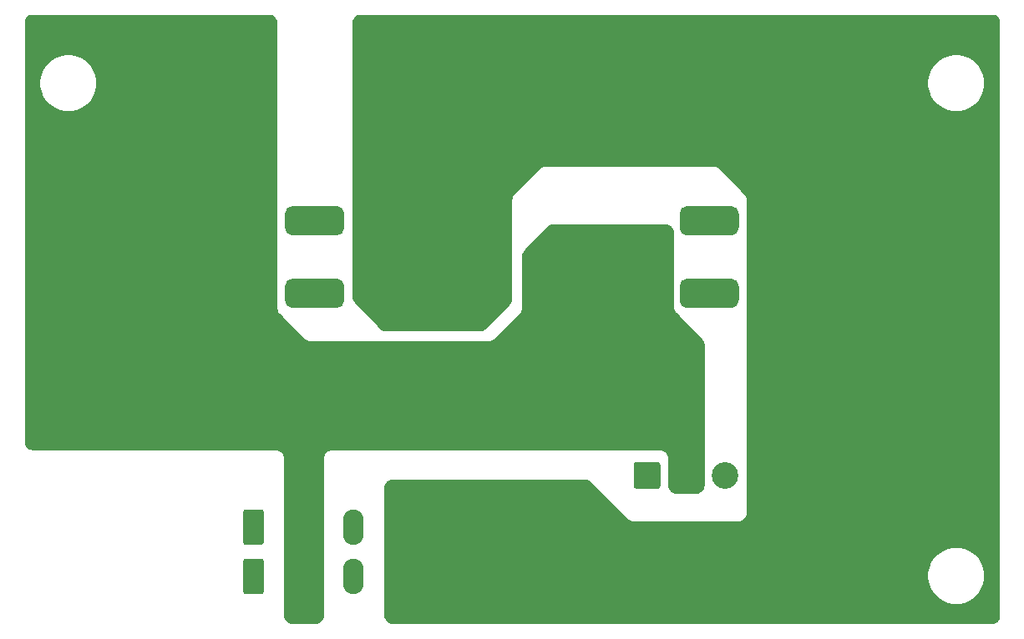
<source format=gbr>
%TF.GenerationSoftware,KiCad,Pcbnew,(5.1.6)-1*%
%TF.CreationDate,2020-12-17T23:04:28+01:00*%
%TF.ProjectId,Ingressi,496e6772-6573-4736-992e-6b696361645f,v1.0*%
%TF.SameCoordinates,Original*%
%TF.FileFunction,Copper,L2,Bot*%
%TF.FilePolarity,Positive*%
%FSLAX46Y46*%
G04 Gerber Fmt 4.6, Leading zero omitted, Abs format (unit mm)*
G04 Created by KiCad (PCBNEW (5.1.6)-1) date 2020-12-17 23:04:28*
%MOMM*%
%LPD*%
G01*
G04 APERTURE LIST*
%TA.AperFunction,ComponentPad*%
%ADD10O,2.080000X3.600000*%
%TD*%
%TA.AperFunction,ComponentPad*%
%ADD11C,2.700000*%
%TD*%
%TA.AperFunction,Conductor*%
%ADD12C,0.254000*%
%TD*%
G04 APERTURE END LIST*
D10*
X58960000Y-82600000D03*
X53880000Y-82600000D03*
X64040000Y-82600000D03*
%TA.AperFunction,ComponentPad*%
G36*
G01*
X47760000Y-84150001D02*
X47760000Y-81049999D01*
G75*
G02*
X48009999Y-80800000I249999J0D01*
G01*
X49590001Y-80800000D01*
G75*
G02*
X49840000Y-81049999I0J-249999D01*
G01*
X49840000Y-84150001D01*
G75*
G02*
X49590001Y-84400000I-249999J0D01*
G01*
X48009999Y-84400000D01*
G75*
G02*
X47760000Y-84150001I0J249999D01*
G01*
G37*
%TD.AperFunction*%
%TA.AperFunction,ComponentPad*%
G36*
G01*
X47760000Y-79150001D02*
X47760000Y-76049999D01*
G75*
G02*
X48009999Y-75800000I249999J0D01*
G01*
X49590001Y-75800000D01*
G75*
G02*
X49840000Y-76049999I0J-249999D01*
G01*
X49840000Y-79150001D01*
G75*
G02*
X49590001Y-79400000I-249999J0D01*
G01*
X48009999Y-79400000D01*
G75*
G02*
X47760000Y-79150001I0J249999D01*
G01*
G37*
%TD.AperFunction*%
X53880000Y-77600000D03*
X64040000Y-77600000D03*
X58960000Y-77600000D03*
%TA.AperFunction,ComponentPad*%
G36*
G01*
X102164200Y-47933000D02*
X102164200Y-52433000D01*
G75*
G02*
X101414200Y-53183000I-750000J0D01*
G01*
X99914200Y-53183000D01*
G75*
G02*
X99164200Y-52433000I0J750000D01*
G01*
X99164200Y-47933000D01*
G75*
G02*
X99914200Y-47183000I750000J0D01*
G01*
X101414200Y-47183000D01*
G75*
G02*
X102164200Y-47933000I0J-750000D01*
G01*
G37*
%TD.AperFunction*%
%TA.AperFunction,ComponentPad*%
G36*
G01*
X92750000Y-52366000D02*
X97250000Y-52366000D01*
G75*
G02*
X98000000Y-53116000I0J-750000D01*
G01*
X98000000Y-54616000D01*
G75*
G02*
X97250000Y-55366000I-750000J0D01*
G01*
X92750000Y-55366000D01*
G75*
G02*
X92000000Y-54616000I0J750000D01*
G01*
X92000000Y-53116000D01*
G75*
G02*
X92750000Y-52366000I750000J0D01*
G01*
G37*
%TD.AperFunction*%
%TA.AperFunction,ComponentPad*%
G36*
G01*
X90861200Y-47933000D02*
X90861200Y-52433000D01*
G75*
G02*
X90111200Y-53183000I-750000J0D01*
G01*
X88611200Y-53183000D01*
G75*
G02*
X87861200Y-52433000I0J750000D01*
G01*
X87861200Y-47933000D01*
G75*
G02*
X88611200Y-47183000I750000J0D01*
G01*
X90111200Y-47183000D01*
G75*
G02*
X90861200Y-47933000I0J-750000D01*
G01*
G37*
%TD.AperFunction*%
%TA.AperFunction,ComponentPad*%
G36*
G01*
X97250000Y-48000000D02*
X92750000Y-48000000D01*
G75*
G02*
X92000000Y-47250000I0J750000D01*
G01*
X92000000Y-45750000D01*
G75*
G02*
X92750000Y-45000000I750000J0D01*
G01*
X97250000Y-45000000D01*
G75*
G02*
X98000000Y-45750000I0J-750000D01*
G01*
X98000000Y-47250000D01*
G75*
G02*
X97250000Y-48000000I-750000J0D01*
G01*
G37*
%TD.AperFunction*%
%TA.AperFunction,ComponentPad*%
G36*
G01*
X62164200Y-47933000D02*
X62164200Y-52433000D01*
G75*
G02*
X61414200Y-53183000I-750000J0D01*
G01*
X59914200Y-53183000D01*
G75*
G02*
X59164200Y-52433000I0J750000D01*
G01*
X59164200Y-47933000D01*
G75*
G02*
X59914200Y-47183000I750000J0D01*
G01*
X61414200Y-47183000D01*
G75*
G02*
X62164200Y-47933000I0J-750000D01*
G01*
G37*
%TD.AperFunction*%
%TA.AperFunction,ComponentPad*%
G36*
G01*
X52750000Y-52366000D02*
X57250000Y-52366000D01*
G75*
G02*
X58000000Y-53116000I0J-750000D01*
G01*
X58000000Y-54616000D01*
G75*
G02*
X57250000Y-55366000I-750000J0D01*
G01*
X52750000Y-55366000D01*
G75*
G02*
X52000000Y-54616000I0J750000D01*
G01*
X52000000Y-53116000D01*
G75*
G02*
X52750000Y-52366000I750000J0D01*
G01*
G37*
%TD.AperFunction*%
%TA.AperFunction,ComponentPad*%
G36*
G01*
X50861200Y-47933000D02*
X50861200Y-52433000D01*
G75*
G02*
X50111200Y-53183000I-750000J0D01*
G01*
X48611200Y-53183000D01*
G75*
G02*
X47861200Y-52433000I0J750000D01*
G01*
X47861200Y-47933000D01*
G75*
G02*
X48611200Y-47183000I750000J0D01*
G01*
X50111200Y-47183000D01*
G75*
G02*
X50861200Y-47933000I0J-750000D01*
G01*
G37*
%TD.AperFunction*%
%TA.AperFunction,ComponentPad*%
G36*
G01*
X57250000Y-48000000D02*
X52750000Y-48000000D01*
G75*
G02*
X52000000Y-47250000I0J750000D01*
G01*
X52000000Y-45750000D01*
G75*
G02*
X52750000Y-45000000I750000J0D01*
G01*
X57250000Y-45000000D01*
G75*
G02*
X58000000Y-45750000I0J-750000D01*
G01*
X58000000Y-47250000D01*
G75*
G02*
X57250000Y-48000000I-750000J0D01*
G01*
G37*
%TD.AperFunction*%
D11*
X100580000Y-72350000D03*
X96620000Y-72350000D03*
X92660000Y-72350000D03*
%TA.AperFunction,ComponentPad*%
G36*
G01*
X87350000Y-73449999D02*
X87350000Y-71250001D01*
G75*
G02*
X87600001Y-71000000I250001J0D01*
G01*
X89799999Y-71000000D01*
G75*
G02*
X90050000Y-71250001I0J-250001D01*
G01*
X90050000Y-73449999D01*
G75*
G02*
X89799999Y-73700000I-250001J0D01*
G01*
X87600001Y-73700000D01*
G75*
G02*
X87350000Y-73449999I0J250001D01*
G01*
G37*
%TD.AperFunction*%
D12*
G36*
X50781437Y-25796313D02*
G01*
X50903714Y-25918583D01*
X50995718Y-26064998D01*
X51052835Y-26228222D01*
X51073000Y-26407185D01*
X51073000Y-55327208D01*
X51073612Y-55339656D01*
X51090905Y-55515237D01*
X51095762Y-55539655D01*
X51146977Y-55708489D01*
X51156504Y-55731490D01*
X51239673Y-55887088D01*
X51253505Y-55907789D01*
X51365432Y-56044172D01*
X51373801Y-56053407D01*
X53846593Y-58526199D01*
X53855828Y-58534568D01*
X53992211Y-58646495D01*
X54012912Y-58660327D01*
X54168510Y-58743496D01*
X54191511Y-58753023D01*
X54360345Y-58804238D01*
X54384763Y-58809095D01*
X54560344Y-58826388D01*
X54572792Y-58827000D01*
X72627208Y-58827000D01*
X72639656Y-58826388D01*
X72815237Y-58809095D01*
X72839655Y-58804238D01*
X73008489Y-58753023D01*
X73031490Y-58743496D01*
X73187088Y-58660327D01*
X73207789Y-58646495D01*
X73344172Y-58534568D01*
X73353407Y-58526199D01*
X75826199Y-56053407D01*
X75834568Y-56044172D01*
X75946495Y-55907789D01*
X75960327Y-55887088D01*
X76043496Y-55731490D01*
X76053023Y-55708489D01*
X76104238Y-55539655D01*
X76109095Y-55515237D01*
X76126388Y-55339656D01*
X76127000Y-55327208D01*
X76127000Y-50079026D01*
X76142455Y-49922107D01*
X76186408Y-49777214D01*
X76257784Y-49643678D01*
X76357813Y-49521793D01*
X78721793Y-47157813D01*
X78843678Y-47057784D01*
X78977214Y-46986408D01*
X79122107Y-46942455D01*
X79279026Y-46927000D01*
X90492871Y-46927000D01*
X90671830Y-46947164D01*
X90835042Y-47004274D01*
X90981454Y-47096271D01*
X91103729Y-47218546D01*
X91195726Y-47364958D01*
X91252836Y-47528170D01*
X91273000Y-47707129D01*
X91273000Y-55227208D01*
X91273612Y-55239656D01*
X91290905Y-55415237D01*
X91295762Y-55439655D01*
X91346977Y-55608489D01*
X91356504Y-55631490D01*
X91439673Y-55787088D01*
X91453505Y-55807789D01*
X91565432Y-55944172D01*
X91573801Y-55953407D01*
X94142187Y-58521793D01*
X94242216Y-58643678D01*
X94313592Y-58777214D01*
X94357545Y-58922107D01*
X94373000Y-59079026D01*
X94373000Y-73292871D01*
X94352836Y-73471830D01*
X94295726Y-73635042D01*
X94203729Y-73781454D01*
X94081454Y-73903729D01*
X93935042Y-73995726D01*
X93771830Y-74052836D01*
X93592871Y-74073000D01*
X91707129Y-74073000D01*
X91528170Y-74052836D01*
X91364958Y-73995726D01*
X91218546Y-73903729D01*
X91096271Y-73781454D01*
X91004274Y-73635042D01*
X90947164Y-73471830D01*
X90927000Y-73292871D01*
X90927000Y-70650000D01*
X90926201Y-70635780D01*
X90903636Y-70435511D01*
X90897308Y-70407786D01*
X90830745Y-70217560D01*
X90818406Y-70191937D01*
X90711182Y-70021291D01*
X90693451Y-69999056D01*
X90550944Y-69856549D01*
X90528709Y-69838818D01*
X90358063Y-69731594D01*
X90332440Y-69719255D01*
X90142214Y-69652692D01*
X90114489Y-69646364D01*
X89914220Y-69623799D01*
X89900000Y-69623000D01*
X56800000Y-69623000D01*
X56785780Y-69623799D01*
X56585511Y-69646364D01*
X56557786Y-69652692D01*
X56367560Y-69719255D01*
X56341937Y-69731594D01*
X56171291Y-69838818D01*
X56149056Y-69856549D01*
X56006549Y-69999056D01*
X55988818Y-70021291D01*
X55881594Y-70191937D01*
X55869255Y-70217560D01*
X55802692Y-70407786D01*
X55796364Y-70435511D01*
X55773799Y-70635780D01*
X55773000Y-70650000D01*
X55773000Y-86492871D01*
X55752836Y-86671830D01*
X55695726Y-86835042D01*
X55603729Y-86981454D01*
X55481454Y-87103729D01*
X55335042Y-87195726D01*
X55171830Y-87252836D01*
X54992871Y-87273000D01*
X52773929Y-87273000D01*
X52594970Y-87252836D01*
X52431758Y-87195726D01*
X52285346Y-87103729D01*
X52163071Y-86981454D01*
X52071074Y-86835042D01*
X52013964Y-86671830D01*
X51993800Y-86492871D01*
X51993800Y-70648400D01*
X51993001Y-70634180D01*
X51970436Y-70433911D01*
X51964108Y-70406186D01*
X51897545Y-70215960D01*
X51885206Y-70190337D01*
X51777982Y-70019691D01*
X51760251Y-69997456D01*
X51617744Y-69854949D01*
X51595509Y-69837218D01*
X51424863Y-69729994D01*
X51399240Y-69717655D01*
X51209014Y-69651092D01*
X51181289Y-69644764D01*
X50981020Y-69622199D01*
X50966800Y-69621400D01*
X26408729Y-69621400D01*
X26229770Y-69601236D01*
X26066558Y-69544126D01*
X25920146Y-69452129D01*
X25797871Y-69329854D01*
X25710000Y-69190008D01*
X25710000Y-32207909D01*
X27034350Y-32207909D01*
X27034350Y-32792091D01*
X27148318Y-33365048D01*
X27371875Y-33904762D01*
X27696429Y-34390492D01*
X28109508Y-34803571D01*
X28595238Y-35128125D01*
X29134952Y-35351682D01*
X29707909Y-35465650D01*
X30292091Y-35465650D01*
X30865048Y-35351682D01*
X31404762Y-35128125D01*
X31890492Y-34803571D01*
X32303571Y-34390492D01*
X32628125Y-33904762D01*
X32851682Y-33365048D01*
X32965650Y-32792091D01*
X32965650Y-32207909D01*
X32851682Y-31634952D01*
X32628125Y-31095238D01*
X32303571Y-30609508D01*
X31890492Y-30196429D01*
X31404762Y-29871875D01*
X30865048Y-29648318D01*
X30292091Y-29534350D01*
X29707909Y-29534350D01*
X29134952Y-29648318D01*
X28595238Y-29871875D01*
X28109508Y-30196429D01*
X27696429Y-30609508D01*
X27371875Y-31095238D01*
X27148318Y-31634952D01*
X27034350Y-32207909D01*
X25710000Y-32207909D01*
X25710000Y-26059938D01*
X25797859Y-25920104D01*
X25920121Y-25797834D01*
X26059896Y-25710000D01*
X50644057Y-25710000D01*
X50781437Y-25796313D01*
G37*
X50781437Y-25796313D02*
X50903714Y-25918583D01*
X50995718Y-26064998D01*
X51052835Y-26228222D01*
X51073000Y-26407185D01*
X51073000Y-55327208D01*
X51073612Y-55339656D01*
X51090905Y-55515237D01*
X51095762Y-55539655D01*
X51146977Y-55708489D01*
X51156504Y-55731490D01*
X51239673Y-55887088D01*
X51253505Y-55907789D01*
X51365432Y-56044172D01*
X51373801Y-56053407D01*
X53846593Y-58526199D01*
X53855828Y-58534568D01*
X53992211Y-58646495D01*
X54012912Y-58660327D01*
X54168510Y-58743496D01*
X54191511Y-58753023D01*
X54360345Y-58804238D01*
X54384763Y-58809095D01*
X54560344Y-58826388D01*
X54572792Y-58827000D01*
X72627208Y-58827000D01*
X72639656Y-58826388D01*
X72815237Y-58809095D01*
X72839655Y-58804238D01*
X73008489Y-58753023D01*
X73031490Y-58743496D01*
X73187088Y-58660327D01*
X73207789Y-58646495D01*
X73344172Y-58534568D01*
X73353407Y-58526199D01*
X75826199Y-56053407D01*
X75834568Y-56044172D01*
X75946495Y-55907789D01*
X75960327Y-55887088D01*
X76043496Y-55731490D01*
X76053023Y-55708489D01*
X76104238Y-55539655D01*
X76109095Y-55515237D01*
X76126388Y-55339656D01*
X76127000Y-55327208D01*
X76127000Y-50079026D01*
X76142455Y-49922107D01*
X76186408Y-49777214D01*
X76257784Y-49643678D01*
X76357813Y-49521793D01*
X78721793Y-47157813D01*
X78843678Y-47057784D01*
X78977214Y-46986408D01*
X79122107Y-46942455D01*
X79279026Y-46927000D01*
X90492871Y-46927000D01*
X90671830Y-46947164D01*
X90835042Y-47004274D01*
X90981454Y-47096271D01*
X91103729Y-47218546D01*
X91195726Y-47364958D01*
X91252836Y-47528170D01*
X91273000Y-47707129D01*
X91273000Y-55227208D01*
X91273612Y-55239656D01*
X91290905Y-55415237D01*
X91295762Y-55439655D01*
X91346977Y-55608489D01*
X91356504Y-55631490D01*
X91439673Y-55787088D01*
X91453505Y-55807789D01*
X91565432Y-55944172D01*
X91573801Y-55953407D01*
X94142187Y-58521793D01*
X94242216Y-58643678D01*
X94313592Y-58777214D01*
X94357545Y-58922107D01*
X94373000Y-59079026D01*
X94373000Y-73292871D01*
X94352836Y-73471830D01*
X94295726Y-73635042D01*
X94203729Y-73781454D01*
X94081454Y-73903729D01*
X93935042Y-73995726D01*
X93771830Y-74052836D01*
X93592871Y-74073000D01*
X91707129Y-74073000D01*
X91528170Y-74052836D01*
X91364958Y-73995726D01*
X91218546Y-73903729D01*
X91096271Y-73781454D01*
X91004274Y-73635042D01*
X90947164Y-73471830D01*
X90927000Y-73292871D01*
X90927000Y-70650000D01*
X90926201Y-70635780D01*
X90903636Y-70435511D01*
X90897308Y-70407786D01*
X90830745Y-70217560D01*
X90818406Y-70191937D01*
X90711182Y-70021291D01*
X90693451Y-69999056D01*
X90550944Y-69856549D01*
X90528709Y-69838818D01*
X90358063Y-69731594D01*
X90332440Y-69719255D01*
X90142214Y-69652692D01*
X90114489Y-69646364D01*
X89914220Y-69623799D01*
X89900000Y-69623000D01*
X56800000Y-69623000D01*
X56785780Y-69623799D01*
X56585511Y-69646364D01*
X56557786Y-69652692D01*
X56367560Y-69719255D01*
X56341937Y-69731594D01*
X56171291Y-69838818D01*
X56149056Y-69856549D01*
X56006549Y-69999056D01*
X55988818Y-70021291D01*
X55881594Y-70191937D01*
X55869255Y-70217560D01*
X55802692Y-70407786D01*
X55796364Y-70435511D01*
X55773799Y-70635780D01*
X55773000Y-70650000D01*
X55773000Y-86492871D01*
X55752836Y-86671830D01*
X55695726Y-86835042D01*
X55603729Y-86981454D01*
X55481454Y-87103729D01*
X55335042Y-87195726D01*
X55171830Y-87252836D01*
X54992871Y-87273000D01*
X52773929Y-87273000D01*
X52594970Y-87252836D01*
X52431758Y-87195726D01*
X52285346Y-87103729D01*
X52163071Y-86981454D01*
X52071074Y-86835042D01*
X52013964Y-86671830D01*
X51993800Y-86492871D01*
X51993800Y-70648400D01*
X51993001Y-70634180D01*
X51970436Y-70433911D01*
X51964108Y-70406186D01*
X51897545Y-70215960D01*
X51885206Y-70190337D01*
X51777982Y-70019691D01*
X51760251Y-69997456D01*
X51617744Y-69854949D01*
X51595509Y-69837218D01*
X51424863Y-69729994D01*
X51399240Y-69717655D01*
X51209014Y-69651092D01*
X51181289Y-69644764D01*
X50981020Y-69622199D01*
X50966800Y-69621400D01*
X26408729Y-69621400D01*
X26229770Y-69601236D01*
X26066558Y-69544126D01*
X25920146Y-69452129D01*
X25797871Y-69329854D01*
X25710000Y-69190008D01*
X25710000Y-32207909D01*
X27034350Y-32207909D01*
X27034350Y-32792091D01*
X27148318Y-33365048D01*
X27371875Y-33904762D01*
X27696429Y-34390492D01*
X28109508Y-34803571D01*
X28595238Y-35128125D01*
X29134952Y-35351682D01*
X29707909Y-35465650D01*
X30292091Y-35465650D01*
X30865048Y-35351682D01*
X31404762Y-35128125D01*
X31890492Y-34803571D01*
X32303571Y-34390492D01*
X32628125Y-33904762D01*
X32851682Y-33365048D01*
X32965650Y-32792091D01*
X32965650Y-32207909D01*
X32851682Y-31634952D01*
X32628125Y-31095238D01*
X32303571Y-30609508D01*
X31890492Y-30196429D01*
X31404762Y-29871875D01*
X30865048Y-29648318D01*
X30292091Y-29534350D01*
X29707909Y-29534350D01*
X29134952Y-29648318D01*
X28595238Y-29871875D01*
X28109508Y-30196429D01*
X27696429Y-30609508D01*
X27371875Y-31095238D01*
X27148318Y-31634952D01*
X27034350Y-32207909D01*
X25710000Y-32207909D01*
X25710000Y-26059938D01*
X25797859Y-25920104D01*
X25920121Y-25797834D01*
X26059896Y-25710000D01*
X50644057Y-25710000D01*
X50781437Y-25796313D01*
G36*
X124081454Y-25796271D02*
G01*
X124203729Y-25918546D01*
X124290000Y-26055845D01*
X124290001Y-86847544D01*
X124203636Y-86984946D01*
X124081302Y-87107226D01*
X123934824Y-87199205D01*
X123771542Y-87256276D01*
X123592524Y-87276372D01*
X62906790Y-87249403D01*
X62727883Y-87229171D01*
X62564736Y-87172019D01*
X62418389Y-87080004D01*
X62296182Y-86957743D01*
X62204231Y-86811353D01*
X62147153Y-86648183D01*
X62127000Y-86469270D01*
X62127000Y-82207909D01*
X117034350Y-82207909D01*
X117034350Y-82792091D01*
X117148318Y-83365048D01*
X117371875Y-83904762D01*
X117696429Y-84390492D01*
X118109508Y-84803571D01*
X118595238Y-85128125D01*
X119134952Y-85351682D01*
X119707909Y-85465650D01*
X120292091Y-85465650D01*
X120865048Y-85351682D01*
X121404762Y-85128125D01*
X121890492Y-84803571D01*
X122303571Y-84390492D01*
X122628125Y-83904762D01*
X122851682Y-83365048D01*
X122965650Y-82792091D01*
X122965650Y-82207909D01*
X122851682Y-81634952D01*
X122628125Y-81095238D01*
X122303571Y-80609508D01*
X121890492Y-80196429D01*
X121404762Y-79871875D01*
X120865048Y-79648318D01*
X120292091Y-79534350D01*
X119707909Y-79534350D01*
X119134952Y-79648318D01*
X118595238Y-79871875D01*
X118109508Y-80196429D01*
X117696429Y-80609508D01*
X117371875Y-81095238D01*
X117148318Y-81634952D01*
X117034350Y-82207909D01*
X62127000Y-82207909D01*
X62127000Y-73608940D01*
X62147162Y-73429983D01*
X62204267Y-73266778D01*
X62296253Y-73120372D01*
X62418512Y-72998102D01*
X62564911Y-72906101D01*
X62728111Y-72848982D01*
X62907059Y-72828804D01*
X82272482Y-72827035D01*
X82428852Y-72842366D01*
X82573285Y-72885998D01*
X82706476Y-72956875D01*
X82828183Y-73056239D01*
X86622174Y-76828300D01*
X86631397Y-76836614D01*
X86767561Y-76947784D01*
X86788215Y-76961520D01*
X86943390Y-77044102D01*
X86966321Y-77053561D01*
X87134589Y-77104405D01*
X87158921Y-77109227D01*
X87333863Y-77126393D01*
X87346265Y-77127000D01*
X97850000Y-77127000D01*
X97864220Y-77126201D01*
X98064489Y-77103636D01*
X98092214Y-77097308D01*
X98282440Y-77030745D01*
X98308063Y-77018406D01*
X98478709Y-76911182D01*
X98500944Y-76893451D01*
X98643451Y-76750944D01*
X98661182Y-76728709D01*
X98768406Y-76558063D01*
X98780745Y-76532440D01*
X98847308Y-76342214D01*
X98853636Y-76314489D01*
X98876201Y-76114220D01*
X98877000Y-76100000D01*
X98877000Y-44368370D01*
X98876401Y-44356055D01*
X98859475Y-44182328D01*
X98854721Y-44158160D01*
X98804578Y-43990968D01*
X98795248Y-43968173D01*
X98713776Y-43813805D01*
X98700221Y-43793239D01*
X98590483Y-43657500D01*
X98582275Y-43648299D01*
X96155045Y-41179929D01*
X96145779Y-41171397D01*
X96008777Y-41057266D01*
X95987943Y-41043155D01*
X95831129Y-40958275D01*
X95807924Y-40948548D01*
X95637454Y-40896249D01*
X95612786Y-40891289D01*
X95435351Y-40873625D01*
X95422770Y-40873000D01*
X78372792Y-40873000D01*
X78360344Y-40873612D01*
X78184763Y-40890905D01*
X78160345Y-40895762D01*
X77991511Y-40946977D01*
X77968510Y-40956504D01*
X77812912Y-41039673D01*
X77792211Y-41053505D01*
X77655828Y-41165432D01*
X77646593Y-41173801D01*
X75173801Y-43646593D01*
X75165432Y-43655828D01*
X75053505Y-43792211D01*
X75039673Y-43812912D01*
X74956504Y-43968510D01*
X74946977Y-43991511D01*
X74895762Y-44160345D01*
X74890905Y-44184763D01*
X74873612Y-44360344D01*
X74873000Y-44372792D01*
X74873000Y-54320974D01*
X74857545Y-54477893D01*
X74813592Y-54622786D01*
X74742216Y-54756322D01*
X74642187Y-54878207D01*
X72178207Y-57342187D01*
X72056322Y-57442216D01*
X71922786Y-57513592D01*
X71777893Y-57557545D01*
X71620974Y-57573000D01*
X62279026Y-57573000D01*
X62122107Y-57557545D01*
X61977214Y-57513592D01*
X61843678Y-57442216D01*
X61721793Y-57342187D01*
X59157813Y-54778207D01*
X59057784Y-54656322D01*
X58986408Y-54522786D01*
X58942455Y-54377893D01*
X58927000Y-54220974D01*
X58927000Y-32207909D01*
X117034350Y-32207909D01*
X117034350Y-32792091D01*
X117148318Y-33365048D01*
X117371875Y-33904762D01*
X117696429Y-34390492D01*
X118109508Y-34803571D01*
X118595238Y-35128125D01*
X119134952Y-35351682D01*
X119707909Y-35465650D01*
X120292091Y-35465650D01*
X120865048Y-35351682D01*
X121404762Y-35128125D01*
X121890492Y-34803571D01*
X122303571Y-34390492D01*
X122628125Y-33904762D01*
X122851682Y-33365048D01*
X122965650Y-32792091D01*
X122965650Y-32207909D01*
X122851682Y-31634952D01*
X122628125Y-31095238D01*
X122303571Y-30609508D01*
X121890492Y-30196429D01*
X121404762Y-29871875D01*
X120865048Y-29648318D01*
X120292091Y-29534350D01*
X119707909Y-29534350D01*
X119134952Y-29648318D01*
X118595238Y-29871875D01*
X118109508Y-30196429D01*
X117696429Y-30609508D01*
X117371875Y-31095238D01*
X117148318Y-31634952D01*
X117034350Y-32207909D01*
X58927000Y-32207909D01*
X58927000Y-26407129D01*
X58947164Y-26228170D01*
X59004274Y-26064958D01*
X59096271Y-25918546D01*
X59218546Y-25796271D01*
X59355845Y-25710000D01*
X123944155Y-25710000D01*
X124081454Y-25796271D01*
G37*
X124081454Y-25796271D02*
X124203729Y-25918546D01*
X124290000Y-26055845D01*
X124290001Y-86847544D01*
X124203636Y-86984946D01*
X124081302Y-87107226D01*
X123934824Y-87199205D01*
X123771542Y-87256276D01*
X123592524Y-87276372D01*
X62906790Y-87249403D01*
X62727883Y-87229171D01*
X62564736Y-87172019D01*
X62418389Y-87080004D01*
X62296182Y-86957743D01*
X62204231Y-86811353D01*
X62147153Y-86648183D01*
X62127000Y-86469270D01*
X62127000Y-82207909D01*
X117034350Y-82207909D01*
X117034350Y-82792091D01*
X117148318Y-83365048D01*
X117371875Y-83904762D01*
X117696429Y-84390492D01*
X118109508Y-84803571D01*
X118595238Y-85128125D01*
X119134952Y-85351682D01*
X119707909Y-85465650D01*
X120292091Y-85465650D01*
X120865048Y-85351682D01*
X121404762Y-85128125D01*
X121890492Y-84803571D01*
X122303571Y-84390492D01*
X122628125Y-83904762D01*
X122851682Y-83365048D01*
X122965650Y-82792091D01*
X122965650Y-82207909D01*
X122851682Y-81634952D01*
X122628125Y-81095238D01*
X122303571Y-80609508D01*
X121890492Y-80196429D01*
X121404762Y-79871875D01*
X120865048Y-79648318D01*
X120292091Y-79534350D01*
X119707909Y-79534350D01*
X119134952Y-79648318D01*
X118595238Y-79871875D01*
X118109508Y-80196429D01*
X117696429Y-80609508D01*
X117371875Y-81095238D01*
X117148318Y-81634952D01*
X117034350Y-82207909D01*
X62127000Y-82207909D01*
X62127000Y-73608940D01*
X62147162Y-73429983D01*
X62204267Y-73266778D01*
X62296253Y-73120372D01*
X62418512Y-72998102D01*
X62564911Y-72906101D01*
X62728111Y-72848982D01*
X62907059Y-72828804D01*
X82272482Y-72827035D01*
X82428852Y-72842366D01*
X82573285Y-72885998D01*
X82706476Y-72956875D01*
X82828183Y-73056239D01*
X86622174Y-76828300D01*
X86631397Y-76836614D01*
X86767561Y-76947784D01*
X86788215Y-76961520D01*
X86943390Y-77044102D01*
X86966321Y-77053561D01*
X87134589Y-77104405D01*
X87158921Y-77109227D01*
X87333863Y-77126393D01*
X87346265Y-77127000D01*
X97850000Y-77127000D01*
X97864220Y-77126201D01*
X98064489Y-77103636D01*
X98092214Y-77097308D01*
X98282440Y-77030745D01*
X98308063Y-77018406D01*
X98478709Y-76911182D01*
X98500944Y-76893451D01*
X98643451Y-76750944D01*
X98661182Y-76728709D01*
X98768406Y-76558063D01*
X98780745Y-76532440D01*
X98847308Y-76342214D01*
X98853636Y-76314489D01*
X98876201Y-76114220D01*
X98877000Y-76100000D01*
X98877000Y-44368370D01*
X98876401Y-44356055D01*
X98859475Y-44182328D01*
X98854721Y-44158160D01*
X98804578Y-43990968D01*
X98795248Y-43968173D01*
X98713776Y-43813805D01*
X98700221Y-43793239D01*
X98590483Y-43657500D01*
X98582275Y-43648299D01*
X96155045Y-41179929D01*
X96145779Y-41171397D01*
X96008777Y-41057266D01*
X95987943Y-41043155D01*
X95831129Y-40958275D01*
X95807924Y-40948548D01*
X95637454Y-40896249D01*
X95612786Y-40891289D01*
X95435351Y-40873625D01*
X95422770Y-40873000D01*
X78372792Y-40873000D01*
X78360344Y-40873612D01*
X78184763Y-40890905D01*
X78160345Y-40895762D01*
X77991511Y-40946977D01*
X77968510Y-40956504D01*
X77812912Y-41039673D01*
X77792211Y-41053505D01*
X77655828Y-41165432D01*
X77646593Y-41173801D01*
X75173801Y-43646593D01*
X75165432Y-43655828D01*
X75053505Y-43792211D01*
X75039673Y-43812912D01*
X74956504Y-43968510D01*
X74946977Y-43991511D01*
X74895762Y-44160345D01*
X74890905Y-44184763D01*
X74873612Y-44360344D01*
X74873000Y-44372792D01*
X74873000Y-54320974D01*
X74857545Y-54477893D01*
X74813592Y-54622786D01*
X74742216Y-54756322D01*
X74642187Y-54878207D01*
X72178207Y-57342187D01*
X72056322Y-57442216D01*
X71922786Y-57513592D01*
X71777893Y-57557545D01*
X71620974Y-57573000D01*
X62279026Y-57573000D01*
X62122107Y-57557545D01*
X61977214Y-57513592D01*
X61843678Y-57442216D01*
X61721793Y-57342187D01*
X59157813Y-54778207D01*
X59057784Y-54656322D01*
X58986408Y-54522786D01*
X58942455Y-54377893D01*
X58927000Y-54220974D01*
X58927000Y-32207909D01*
X117034350Y-32207909D01*
X117034350Y-32792091D01*
X117148318Y-33365048D01*
X117371875Y-33904762D01*
X117696429Y-34390492D01*
X118109508Y-34803571D01*
X118595238Y-35128125D01*
X119134952Y-35351682D01*
X119707909Y-35465650D01*
X120292091Y-35465650D01*
X120865048Y-35351682D01*
X121404762Y-35128125D01*
X121890492Y-34803571D01*
X122303571Y-34390492D01*
X122628125Y-33904762D01*
X122851682Y-33365048D01*
X122965650Y-32792091D01*
X122965650Y-32207909D01*
X122851682Y-31634952D01*
X122628125Y-31095238D01*
X122303571Y-30609508D01*
X121890492Y-30196429D01*
X121404762Y-29871875D01*
X120865048Y-29648318D01*
X120292091Y-29534350D01*
X119707909Y-29534350D01*
X119134952Y-29648318D01*
X118595238Y-29871875D01*
X118109508Y-30196429D01*
X117696429Y-30609508D01*
X117371875Y-31095238D01*
X117148318Y-31634952D01*
X117034350Y-32207909D01*
X58927000Y-32207909D01*
X58927000Y-26407129D01*
X58947164Y-26228170D01*
X59004274Y-26064958D01*
X59096271Y-25918546D01*
X59218546Y-25796271D01*
X59355845Y-25710000D01*
X123944155Y-25710000D01*
X124081454Y-25796271D01*
M02*

</source>
